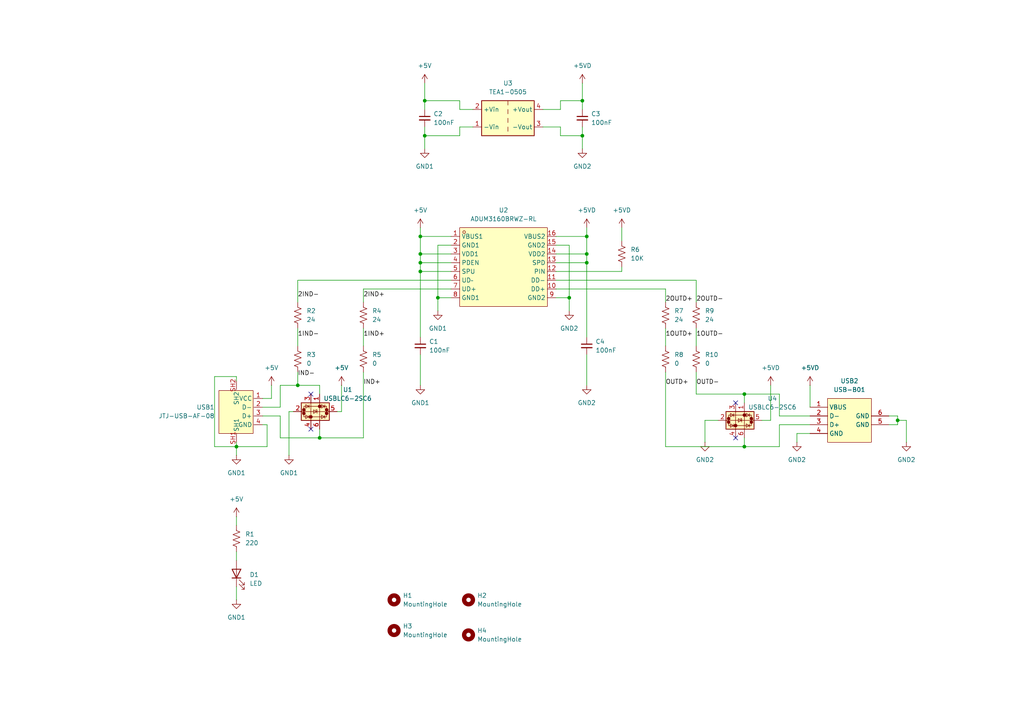
<source format=kicad_sch>
(kicad_sch (version 20250114) (generator "eeschema") (generator_version "9.0")
  (paper "A4")
  (lib_symbols
    (symbol "Converter_DCDC:TEA1-0505"
      (property "Reference" "U" (at -7.62 6.35 0))
      (property "Value" "TEA1-0505" (at -2.54 6.35 0))
      (symbol "TEA1-0505_0_0"
        (pin power_in line (at -10.16 2.54 0) (length 2.54) (name "+Vin") (number "2"))
        (pin power_in line (at -10.16 -2.54 0) (length 2.54) (name "-Vin") (number "1"))
        (pin power_out line (at 10.16 2.54 180) (length 2.54) (name "+Vout") (number "4"))
        (pin power_out line (at 10.16 -2.54 180) (length 2.54) (name "-Vout") (number "3"))
      )
      (symbol "TEA1-0505_0_1"
        (rectangle (start -7.62 5.08) (end 7.62 -5.08) (stroke (width 0.254)) (fill (type background)))
        (polyline (pts (xy 0 5.08) (xy 0 3.81)))
        (polyline (pts (xy 0 2.54) (xy 0 1.27)))
        (polyline (pts (xy 0 0) (xy 0 -1.27)))
        (polyline (pts (xy 0 -2.54) (xy 0 -3.81)))
      )
    )
    (symbol "Device:C_Small" (pin_numbers (hide yes)) (pin_names (offset 0.254) (hide yes))
      (property "Reference" "C" (at 0.254 1.778 0))
      (property "Value" "C_Small" (at 0.254 -2.032 0))
      (symbol "C_Small_0_1"
        (polyline (pts (xy -1.524 0.508) (xy 1.524 0.508)) (stroke (width 0.3048)))
        (polyline (pts (xy -1.524 -0.508) (xy 1.524 -0.508)) (stroke (width 0.3302)))
      )
      (symbol "C_Small_1_1"
        (pin passive line (at 0 2.54 270) (length 2.032) (name "~") (number "1"))
        (pin passive line (at 0 -2.54 90) (length 2.032) (name "~") (number "2"))
      )
    )
    (symbol "Device:LED" (pin_numbers (hide yes)) (pin_names (offset 1.016) (hide yes))
      (property "Reference" "D" (at 0 2.54 0))
      (property "Value" "LED" (at 0 -2.54 0))
      (symbol "LED_0_1"
        (polyline (pts (xy -3.048 -0.762) (xy -4.572 -2.286) (xy -3.81 -2.286) (xy -4.572 -2.286) (xy -4.572 -1.524)))
        (polyline (pts (xy -1.778 -0.762) (xy -3.302 -2.286) (xy -2.54 -2.286) (xy -3.302 -2.286) (xy -3.302 -1.524)))
        (polyline (pts (xy -1.27 0) (xy 1.27 0)))
        (polyline (pts (xy -1.27 -1.27) (xy -1.27 1.27)) (stroke (width 0.254)))
        (polyline (pts (xy 1.27 -1.27) (xy 1.27 1.27) (xy -1.27 0) (xy 1.27 -1.27)) (stroke (width 0.254)))
      )
      (symbol "LED_1_1"
        (pin passive line (at -3.81 0 0) (length 2.54) (name "K") (number "1"))
        (pin passive line (at 3.81 0 180) (length 2.54) (name "A") (number "2"))
      )
    )
    (symbol "Device:R_US" (pin_numbers (hide yes)) (pin_names (offset 0))
      (property "Reference" "R" (at 2.54 0 90))
      (property "Value" "R_US" (at -2.54 0 90))
      (symbol "R_US_0_1"
        (polyline (pts (xy 0 2.286) (xy 0 2.54)))
        (polyline (pts (xy 0 2.286) (xy 1.016 1.905) (xy 0 1.524) (xy -1.016 1.143) (xy 0 0.762)))
        (polyline (pts (xy 0 0.762) (xy 1.016 0.381) (xy 0 0) (xy -1.016 -0.381) (xy 0 -0.762)))
        (polyline (pts (xy 0 -0.762) (xy 1.016 -1.143) (xy 0 -1.524) (xy -1.016 -1.905) (xy 0 -2.286)))
        (polyline (pts (xy 0 -2.286) (xy 0 -2.54)))
      )
      (symbol "R_US_1_1"
        (pin passive line (at 0 3.81 270) (length 1.27) (name "~") (number "1"))
        (pin passive line (at 0 -3.81 90) (length 1.27) (name "~") (number "2"))
      )
    )
    (symbol "EasyEDA:ADUM3160BRWZ-RL"
      (property "Reference" "U" (at 0 12.7 0))
      (property "Value" "ADUM3160BRWZ-RL" (at 0 -15.24 0))
      (symbol "ADUM3160BRWZ-RL_0_1"
        (rectangle (start -12.7 10.16) (end 12.7 -12.7) (fill (type background)))
        (circle (center -11.43 8.89) (radius 0.38))
        (pin unspecified line (at -15.24 7.62 0) (length 2.54) (name "VBUS1") (number "1"))
        (pin unspecified line (at -15.24 5.08 0) (length 2.54) (name "GND1") (number "2"))
        (pin unspecified line (at -15.24 2.54 0) (length 2.54) (name "VDD1") (number "3"))
        (pin unspecified line (at -15.24 0 0) (length 2.54) (name "PDEN") (number "4"))
        (pin unspecified line (at -15.24 -2.54 0) (length 2.54) (name "SPU") (number "5"))
        (pin unspecified line (at -15.24 -5.08 0) (length 2.54) (name "UD–") (number "6"))
        (pin unspecified line (at -15.24 -7.62 0) (length 2.54) (name "UD+") (number "7"))
        (pin unspecified line (at -15.24 -10.16 0) (length 2.54) (name "GND1") (number "8"))
        (pin unspecified line (at 15.24 7.62 180) (length 2.54) (name "VBUS2") (number "16"))
        (pin unspecified line (at 15.24 5.08 180) (length 2.54) (name "GND2") (number "15"))
        (pin unspecified line (at 15.24 2.54 180) (length 2.54) (name "VDD2") (number "14"))
        (pin unspecified line (at 15.24 0 180) (length 2.54) (name "SPD") (number "13"))
        (pin unspecified line (at 15.24 -2.54 180) (length 2.54) (name "PIN") (number "12"))
        (pin unspecified line (at 15.24 -5.08 180) (length 2.54) (name "DD-") (number "11"))
        (pin unspecified line (at 15.24 -7.62 180) (length 2.54) (name "DD+") (number "10"))
        (pin unspecified line (at 15.24 -10.16 180) (length 2.54) (name "GND2") (number "9"))
      )
    )
    (symbol "EasyEDA:JTJ-USB-AF-08"
      (property "Reference" "USB" (at 0 15.24 0))
      (property "Value" "JTJ-USB-AF-08" (at 0 -12.7 0))
      (symbol "JTJ-USB-AF-08_0_1"
        (rectangle (start -7.62 7.37) (end 2.29 -5.08) (fill (type background)))
        (pin unspecified line (at -2.54 10.16 270) (length 2.54) (name "SH2") (number "SH2"))
        (pin unspecified line (at -2.54 -7.62 90) (length 2.54) (name "SH1") (number "SH1"))
        (pin input line (at 5.08 5.08 180) (length 2.54) (name "VCC") (number "1"))
        (pin input line (at 5.08 2.54 180) (length 2.54) (name "D-") (number "2"))
        (pin input line (at 5.08 0 180) (length 2.54) (name "D+") (number "3"))
        (pin input line (at 5.08 -2.54 180) (length 2.54) (name "GND") (number "4"))
      )
    )
    (symbol "EasyEDA:USB-B01"
      (property "Reference" "USB" (at 0 10.16 0))
      (property "Value" "USB-B01" (at 0 -7.62 0))
      (symbol "USB-B01_0_1"
        (rectangle (start -5.08 7.62) (end 7.62 -5.08) (fill (type background)))
        (pin unspecified line (at -10.16 5.08 0) (length 5.08) (name "VBUS") (number "1"))
        (pin unspecified line (at -10.16 2.54 0) (length 5.08) (name "D-") (number "2"))
        (pin unspecified line (at -10.16 0 0) (length 5.08) (name "D+") (number "3"))
        (pin unspecified line (at -10.16 -2.54 0) (length 5.08) (name "GND") (number "4"))
        (pin unspecified line (at 12.7 2.54 180) (length 5.08) (name "GND") (number "6"))
        (pin unspecified line (at 12.7 0 180) (length 5.08) (name "GND") (number "5"))
      )
    )
    (symbol "Mechanical:MountingHole" (pin_names (offset 1.016)) (exclude_from_sim yes) (in_bom no)
      (property "Reference" "H" (at 0 5.08 0))
      (property "Value" "MountingHole" (at 0 3.175 0))
      (symbol "MountingHole_0_1"
        (circle (center 0 0) (radius 1.27) (stroke (width 1.27)))
      )
    )
    (symbol "Power_Protection:USBLC6-2SC6" (pin_names (hide yes))
      (property "Reference" "U" (at 0.635 5.715 0))
      (property "Value" "USBLC6-2SC6" (at 0.635 3.81 0))
      (symbol "USBLC6-2SC6_0_0"
        (circle (center -1.524 0) (radius 0.0001) (stroke (width 0.508)))
        (circle (center -0.508 2.032) (radius 0.0001) (stroke (width 0.508)))
        (circle (center -0.508 -4.572) (radius 0.0001) (stroke (width 0.508)))
        (circle (center 0.508 2.032) (radius 0.0001) (stroke (width 0.508)))
        (circle (center 0.508 -4.572) (radius 0.0001) (stroke (width 0.508)))
        (circle (center 1.524 -2.54) (radius 0.0001) (stroke (width 0.508)))
      )
      (symbol "USBLC6-2SC6_0_1"
        (polyline (pts (xy -2.54 0) (xy 2.54 0)))
        (polyline (pts (xy -2.54 -2.54) (xy 2.54 -2.54)))
        (polyline (pts (xy -2.032 0.508) (xy -1.016 0.508) (xy -1.524 1.524) (xy -2.032 0.508)))
        (polyline (pts (xy -2.032 -3.048) (xy -1.016 -3.048)))
        (polyline (pts (xy -1.016 1.524) (xy -2.032 1.524)))
        (polyline (pts (xy -1.016 -4.064) (xy -2.032 -4.064) (xy -1.524 -3.048) (xy -1.016 -4.064)))
        (polyline (pts (xy -0.508 -1.143) (xy -0.508 -0.762) (xy 0.508 -0.762)))
        (polyline (pts (xy 0 2.54) (xy -0.508 2.032) (xy 0.508 2.032) (xy 0 1.524) (xy 0 -4.064) (xy -0.508 -4.572) (xy 0.508 -4.572) (xy 0 -5.08)))
        (polyline (pts (xy 0.508 -1.778) (xy -0.508 -1.778) (xy 0 -0.762) (xy 0.508 -1.778)))
        (polyline (pts (xy 1.016 1.524) (xy 2.032 1.524)))
        (polyline (pts (xy 1.016 -3.048) (xy 2.032 -3.048)))
        (polyline (pts (xy 2.032 0.508) (xy 1.016 0.508) (xy 1.524 1.524) (xy 2.032 0.508)))
        (polyline (pts (xy 2.032 -4.064) (xy 1.016 -4.064) (xy 1.524 -3.048) (xy 2.032 -4.064)))
      )
      (symbol "USBLC6-2SC6_1_1"
        (rectangle (start -2.54 2.794) (end 2.54 -5.334) (stroke (width 0.254)) (fill (type background)))
        (polyline (pts (xy -0.508 2.032) (xy -1.524 2.032) (xy -1.524 -4.572) (xy -0.508 -4.572)))
        (polyline (pts (xy 0.508 -4.572) (xy 1.524 -4.572) (xy 1.524 2.032) (xy 0.508 2.032)))
        (pin passive line (at -5.08 0 0) (length 2.54) (name "I/O1") (number "1"))
        (pin passive line (at -5.08 -2.54 0) (length 2.54) (name "I/O2") (number "3"))
        (pin passive line (at 0 5.08 270) (length 2.54) (name "VBUS") (number "5"))
        (pin passive line (at 0 -7.62 90) (length 2.54) (name "GND") (number "2"))
        (pin passive line (at 5.08 0 180) (length 2.54) (name "I/O1") (number "6"))
        (pin passive line (at 5.08 -2.54 180) (length 2.54) (name "I/O2") (number "4"))
      )
    )
    (symbol "power:+5V" (power) (pin_numbers (hide yes)) (pin_names (offset 0) (hide yes))
      (property "Value" "+5V" (at 0 3.556 0))
      (symbol "+5V_0_1"
        (polyline (pts (xy -0.762 1.27) (xy 0 2.54)))
        (polyline (pts (xy 0 2.54) (xy 0.762 1.27)))
        (polyline (pts (xy 0 0) (xy 0 2.54)))
      )
      (symbol "+5V_1_1"
        (pin power_in line (at 0 0 90) (length 0) (name "~") (number "1"))
      )
    )
    (symbol "power:+5VD" (power) (pin_numbers (hide yes)) (pin_names (offset 0) (hide yes))
      (property "Value" "+5VD" (at 0 3.556 0))
      (symbol "+5VD_0_1"
        (polyline (pts (xy -0.762 1.27) (xy 0 2.54)))
        (polyline (pts (xy 0 2.54) (xy 0.762 1.27)))
        (polyline (pts (xy 0 0) (xy 0 2.54)))
      )
      (symbol "+5VD_1_1"
        (pin power_in line (at 0 0 90) (length 0) (name "~") (number "1"))
      )
    )
    (symbol "power:GND1" (power) (pin_numbers (hide yes)) (pin_names (offset 0) (hide yes))
      (property "Value" "GND1" (at 0 -3.81 0))
      (symbol "GND1_0_1"
        (polyline (pts (xy 0 0) (xy 0 -1.27) (xy 1.27 -1.27) (xy 0 -2.54) (xy -1.27 -1.27) (xy 0 -1.27)))
      )
      (symbol "GND1_1_1"
        (pin power_in line (at 0 0 270) (length 0) (name "~") (number "1"))
      )
    )
    (symbol "power:GND2" (power) (pin_numbers (hide yes)) (pin_names (offset 0) (hide yes))
      (property "Value" "GND2" (at 0 -3.81 0))
      (symbol "GND2_0_1"
        (polyline (pts (xy 0 0) (xy 0 -1.27) (xy 1.27 -1.27) (xy 0 -2.54) (xy -1.27 -1.27) (xy 0 -1.27)))
      )
      (symbol "GND2_1_1"
        (pin power_in line (at 0 0 270) (length 0) (name "~") (number "1"))
      )
    )
  )
  (junction (at 170.18 68.58))
  (junction (at 170.18 76.2))
  (junction (at 165.1 86.36))
  (junction (at 123.19 29.21))
  (junction (at 168.91 29.21))
  (junction (at 121.92 73.66))
  (junction (at 260.35 121.92))
  (junction (at 127 86.36))
  (junction (at 121.92 76.2))
  (junction (at 215.9 129.54))
  (junction (at 92.71 127))
  (junction (at 121.92 68.58))
  (junction (at 86.36 111.76))
  (junction (at 168.91 39.37))
  (junction (at 123.19 39.37))
  (junction (at 215.9 114.3))
  (junction (at 121.92 78.74))
  (junction (at 68.58 129.54))
  (junction (at 170.18 73.66))
  (no_connect (at 213.36 116.84))
  (no_connect (at 90.17 114.3))
  (no_connect (at 90.17 124.46))
  (no_connect (at 213.36 127))
  (wire (pts (xy 121.92 73.66) (xy 130.81 73.66)))
  (wire (pts (xy 215.9 114.3) (xy 215.9 116.84)))
  (wire (pts (xy 68.58 149.86) (xy 68.58 152.4)))
  (wire (pts (xy 121.92 76.2) (xy 121.92 78.74)))
  (wire (pts (xy 68.58 129.54) (xy 77.47 129.54)))
  (wire (pts (xy 262.89 128.27) (xy 262.89 121.92)))
  (wire (pts (xy 168.91 24.13) (xy 168.91 29.21)))
  (wire (pts (xy 215.9 129.54) (xy 215.9 127)))
  (wire (pts (xy 121.92 78.74) (xy 130.81 78.74)))
  (wire (pts (xy 234.95 111.76) (xy 234.95 118.11)))
  (wire (pts (xy 127 86.36) (xy 127 90.17)))
  (wire (pts (xy 170.18 68.58) (xy 170.18 73.66)))
  (wire (pts (xy 68.58 160.02) (xy 68.58 162.56)))
  (wire (pts (xy 231.14 125.73) (xy 231.14 128.27)))
  (wire (pts (xy 78.74 115.57) (xy 78.74 111.76)))
  (wire (pts (xy 123.19 31.75) (xy 123.19 29.21)))
  (wire (pts (xy 170.18 66.04) (xy 170.18 68.58)))
  (wire (pts (xy 162.56 39.37) (xy 162.56 36.83)))
  (wire (pts (xy 201.93 107.95) (xy 201.93 114.3)))
  (wire (pts (xy 133.35 39.37) (xy 133.35 36.83)))
  (wire (pts (xy 223.52 111.76) (xy 223.52 121.92)))
  (wire (pts (xy 123.19 29.21) (xy 133.35 29.21)))
  (wire (pts (xy 161.29 83.82) (xy 193.04 83.82)))
  (wire (pts (xy 161.29 86.36) (xy 165.1 86.36)))
  (wire (pts (xy 234.95 120.65) (xy 226.06 120.65)))
  (wire (pts (xy 168.91 31.75) (xy 168.91 29.21)))
  (wire (pts (xy 168.91 29.21) (xy 162.56 29.21)))
  (wire (pts (xy 105.41 127) (xy 92.71 127)))
  (wire (pts (xy 161.29 76.2) (xy 170.18 76.2)))
  (wire (pts (xy 81.28 127) (xy 92.71 127)))
  (wire (pts (xy 161.29 78.74) (xy 180.34 78.74)))
  (wire (pts (xy 62.23 129.54) (xy 68.58 129.54)))
  (wire (pts (xy 123.19 39.37) (xy 133.35 39.37)))
  (wire (pts (xy 165.1 71.12) (xy 165.1 86.36)))
  (wire (pts (xy 68.58 109.22) (xy 62.23 109.22)))
  (wire (pts (xy 133.35 29.21) (xy 133.35 31.75)))
  (wire (pts (xy 121.92 68.58) (xy 130.81 68.58)))
  (wire (pts (xy 68.58 129.54) (xy 68.58 132.08)))
  (wire (pts (xy 130.81 86.36) (xy 127 86.36)))
  (wire (pts (xy 81.28 111.76) (xy 86.36 111.76)))
  (wire (pts (xy 62.23 109.22) (xy 62.23 129.54)))
  (wire (pts (xy 201.93 95.25) (xy 201.93 100.33)))
  (wire (pts (xy 121.92 68.58) (xy 121.92 73.66)))
  (wire (pts (xy 123.19 36.83) (xy 123.19 39.37)))
  (wire (pts (xy 180.34 78.74) (xy 180.34 77.47)))
  (wire (pts (xy 86.36 107.95) (xy 86.36 111.76)))
  (wire (pts (xy 105.41 83.82) (xy 105.41 87.63)))
  (wire (pts (xy 234.95 123.19) (xy 226.06 123.19)))
  (wire (pts (xy 157.48 31.75) (xy 162.56 31.75)))
  (wire (pts (xy 193.04 95.25) (xy 193.04 100.33)))
  (wire (pts (xy 68.58 128.27) (xy 68.58 129.54)))
  (wire (pts (xy 162.56 29.21) (xy 162.56 31.75)))
  (wire (pts (xy 226.06 120.65) (xy 226.06 114.3)))
  (wire (pts (xy 161.29 71.12) (xy 165.1 71.12)))
  (wire (pts (xy 226.06 123.19) (xy 226.06 129.54)))
  (wire (pts (xy 76.2 118.11) (xy 81.28 118.11)))
  (wire (pts (xy 193.04 129.54) (xy 215.9 129.54)))
  (wire (pts (xy 81.28 120.65) (xy 81.28 127)))
  (wire (pts (xy 180.34 66.04) (xy 180.34 69.85)))
  (wire (pts (xy 121.92 76.2) (xy 130.81 76.2)))
  (wire (pts (xy 193.04 107.95) (xy 193.04 129.54)))
  (wire (pts (xy 260.35 120.65) (xy 260.35 121.92)))
  (wire (pts (xy 161.29 68.58) (xy 170.18 68.58)))
  (wire (pts (xy 99.06 111.76) (xy 99.06 119.38)))
  (wire (pts (xy 262.89 121.92) (xy 260.35 121.92)))
  (wire (pts (xy 77.47 123.19) (xy 77.47 129.54)))
  (wire (pts (xy 226.06 114.3) (xy 215.9 114.3)))
  (wire (pts (xy 83.82 132.08) (xy 83.82 119.38)))
  (wire (pts (xy 223.52 121.92) (xy 220.98 121.92)))
  (wire (pts (xy 127 71.12) (xy 127 86.36)))
  (wire (pts (xy 162.56 36.83) (xy 157.48 36.83)))
  (wire (pts (xy 168.91 39.37) (xy 162.56 39.37)))
  (wire (pts (xy 204.47 128.27) (xy 204.47 121.92)))
  (wire (pts (xy 257.81 123.19) (xy 260.35 123.19)))
  (wire (pts (xy 76.2 120.65) (xy 81.28 120.65)))
  (wire (pts (xy 204.47 121.92) (xy 208.28 121.92)))
  (wire (pts (xy 226.06 129.54) (xy 215.9 129.54)))
  (wire (pts (xy 76.2 123.19) (xy 77.47 123.19)))
  (wire (pts (xy 121.92 66.04) (xy 121.92 68.58)))
  (wire (pts (xy 201.93 114.3) (xy 215.9 114.3)))
  (wire (pts (xy 99.06 119.38) (xy 97.79 119.38)))
  (wire (pts (xy 170.18 73.66) (xy 170.18 76.2)))
  (wire (pts (xy 83.82 119.38) (xy 85.09 119.38)))
  (wire (pts (xy 105.41 107.95) (xy 105.41 127)))
  (wire (pts (xy 123.19 39.37) (xy 123.19 43.18)))
  (wire (pts (xy 86.36 95.25) (xy 86.36 100.33)))
  (wire (pts (xy 81.28 118.11) (xy 81.28 111.76)))
  (wire (pts (xy 121.92 78.74) (xy 121.92 97.79)))
  (wire (pts (xy 170.18 76.2) (xy 170.18 97.79)))
  (wire (pts (xy 86.36 81.28) (xy 130.81 81.28)))
  (wire (pts (xy 161.29 73.66) (xy 170.18 73.66)))
  (wire (pts (xy 133.35 31.75) (xy 137.16 31.75)))
  (wire (pts (xy 130.81 71.12) (xy 127 71.12)))
  (wire (pts (xy 105.41 83.82) (xy 130.81 83.82)))
  (wire (pts (xy 86.36 111.76) (xy 92.71 111.76)))
  (wire (pts (xy 193.04 83.82) (xy 193.04 87.63)))
  (wire (pts (xy 123.19 24.13) (xy 123.19 29.21)))
  (wire (pts (xy 170.18 102.87) (xy 170.18 111.76)))
  (wire (pts (xy 105.41 95.25) (xy 105.41 100.33)))
  (wire (pts (xy 234.95 125.73) (xy 231.14 125.73)))
  (wire (pts (xy 168.91 36.83) (xy 168.91 39.37)))
  (wire (pts (xy 260.35 121.92) (xy 260.35 123.19)))
  (wire (pts (xy 121.92 102.87) (xy 121.92 111.76)))
  (wire (pts (xy 92.71 111.76) (xy 92.71 114.3)))
  (wire (pts (xy 165.1 86.36) (xy 165.1 90.17)))
  (wire (pts (xy 86.36 87.63) (xy 86.36 81.28)))
  (wire (pts (xy 121.92 73.66) (xy 121.92 76.2)))
  (wire (pts (xy 68.58 170.18) (xy 68.58 173.99)))
  (wire (pts (xy 201.93 81.28) (xy 201.93 87.63)))
  (wire (pts (xy 257.81 120.65) (xy 260.35 120.65)))
  (wire (pts (xy 92.71 127) (xy 92.71 124.46)))
  (wire (pts (xy 161.29 81.28) (xy 201.93 81.28)))
  (wire (pts (xy 68.58 110.49) (xy 68.58 109.22)))
  (wire (pts (xy 168.91 39.37) (xy 168.91 43.18)))
  (wire (pts (xy 133.35 36.83) (xy 137.16 36.83)))
  (wire (pts (xy 76.2 115.57) (xy 78.74 115.57)))
  (label "OUTD-" (at 201.93 111.76 0))
  (label "1IND+" (at 105.41 97.79 0))
  (label "1OUTD-" (at 201.93 97.79 0))
  (label "OUTD+" (at 193.04 111.76 0))
  (label "1IND-" (at 86.36 97.79 0))
  (label "IND+" (at 105.41 111.76 0))
  (label "2OUTD-" (at 201.93 87.63 0))
  (label "2IND+" (at 105.41 86.36 0))
  (label "2IND-" (at 86.36 86.36 0))
  (label "2OUTD+" (at 193.04 87.63 0))
  (label "1OUTD+" (at 193.04 97.79 0))
  (label "IND-" (at 86.36 109.22 0))
  (symbol (lib_id "EasyEDA:ADUM3160BRWZ-RL") (at 146.05 76.2 0) (unit 1)
    (property "Reference" "U2" (at 146.05 60.96 0))
    (property "Value" "ADUM3160BRWZ-RL" (at 146.05 63.5 0))
    (property "Footprint" "EasyEDA:SOIC-16_L10.3-W7.5-P1.27-LS10.3-BL" (effects (hide yes)))
    (property "Datasheet" "https://lcsc.com/product-detail/Others_Analog-Devices_ADUM3160BRWZ-RL_Analog-Devices-ADI-ADUM3160BRWZ-RL_C284149.html" (effects (hide yes)))
    (property "LCSC Part" "C284149" (effects (hide yes)))
  )
  (symbol (lib_id "EasyEDA:USB-B01") (at 245.11 123.19 0) (unit 1)
    (property "Reference" "USB2" (at 246.38 110.49 0))
    (property "Value" "USB-B01" (at 246.38 113.03 0))
    (property "Footprint" "EasyEDA:USB-B-TH_USB-B01" (effects (hide yes)))
    (property "Datasheet" "https://lcsc.com/product-detail/New-Arrivals_SOFNG-USB-B01_C498173.html" (effects (hide yes)))
    (property "LCSC Part" "C498173" (effects (hide yes)))
  )
  (symbol (lib_id "power:+5V") (at 78.74 111.76 0) (unit 1)
    (property "Reference" "#PWR04" (effects (hide yes)))
    (property "Value" "+5V" (at 78.74 106.68 0))
    (property "Description" "Power symbol creates a global label with name \"+5V\"" (effects (hide yes)))
  )
  (symbol (lib_id "power:+5V") (at 68.58 149.86 0) (unit 1)
    (property "Reference" "#PWR02" (effects (hide yes)))
    (property "Value" "+5V" (at 68.58 144.78 0))
    (property "Description" "Power symbol creates a global label with name \"+5V\"" (effects (hide yes)))
  )
  (symbol (lib_id "power:GND1") (at 123.19 43.18 0) (unit 1)
    (property "Reference" "#PWR010" (effects (hide yes)))
    (property "Value" "GND1" (at 123.19 48.26 0))
    (property "Description" "Power symbol creates a global label with name \"GND1\" , ground" (effects (hide yes)))
  )
  (symbol (lib_id "power:GND2") (at 231.14 128.27 0) (unit 1)
    (property "Reference" "#PWR020" (effects (hide yes)))
    (property "Value" "GND2" (at 231.14 133.35 0))
    (property "Description" "Power symbol creates a global label with name \"GND2\" , ground" (effects (hide yes)))
  )
  (symbol (lib_id "Converter_DCDC:TEA1-0505") (at 147.32 34.29 0) (unit 1)
    (property "Reference" "U3" (at 147.32 24.13 0))
    (property "Value" "TEA1-0505" (at 147.32 26.67 0))
    (property "Footprint" "Converter_DCDC:Converter_DCDC_TRACO_TEA1-xxxx_THT" (effects (hide yes)))
    (property "Datasheet" "https://www.tracopower.com/products/tea1.pdf" (effects (hide yes)))
    (property "Description" "1W DC/DC converter unregulated, 4.5-5.5V input, 5V output voltage, 200mA output, 1.5kVDC isolation, SIP-4" (effects (hide yes)))
  )
  (symbol (lib_id "power:+5V") (at 123.19 24.13 0) (unit 1)
    (property "Reference" "#PWR09" (effects (hide yes)))
    (property "Value" "+5V" (at 123.19 19.05 0))
    (property "Description" "Power symbol creates a global label with name \"+5V\"" (effects (hide yes)))
  )
  (symbol (lib_id "power:GND1") (at 68.58 132.08 0) (unit 1)
    (property "Reference" "#PWR01" (effects (hide yes)))
    (property "Value" "GND1" (at 68.58 137.16 0))
    (property "Description" "Power symbol creates a global label with name \"GND1\" , ground" (effects (hide yes)))
  )
  (symbol (lib_id "Power_Protection:USBLC6-2SC6") (at 215.9 121.92 270) (unit 1)
    (property "Reference" "U4" (at 224.028 115.57 90))
    (property "Value" "USBLC6-2SC6" (at 224.028 118.11 90))
    (property "Footprint" "Package_TO_SOT_SMD:SOT-23-6" (effects (hide yes)))
    (property "Datasheet" "https://www.st.com/resource/en/datasheet/usblc6-2.pdf" (effects (hide yes)))
    (property "Description" "Very low capacitance ESD protection diode, 2 data-line, SOT-23-6" (effects (hide yes)))
  )
  (symbol (lib_id "power:GND2") (at 262.89 128.27 0) (unit 1)
    (property "Reference" "#PWR022" (effects (hide yes)))
    (property "Value" "GND2" (at 262.89 133.35 0))
    (property "Description" "Power symbol creates a global label with name \"GND2\" , ground" (effects (hide yes)))
  )
  (symbol (lib_id "Mechanical:MountingHole") (at 114.3 182.88 0) (unit 1) (exclude_from_sim yes) (in_bom no)
    (property "Reference" "H3" (at 116.84 181.6099 0) (effects (justify left)))
    (property "Value" "MountingHole" (at 116.84 184.1499 0) (effects (justify left)))
    (property "Footprint" "MountingHole:MountingHole_3.2mm_M3" (effects (hide yes)))
    (property "Description" "Mounting Hole without connection" (effects (hide yes)))
  )
  (symbol (lib_id "Power_Protection:USBLC6-2SC6") (at 92.71 119.38 270) (unit 1)
    (property "Reference" "U1" (at 100.838 113.03 90))
    (property "Value" "USBLC6-2SC6" (at 100.838 115.57 90))
    (property "Footprint" "Package_TO_SOT_SMD:SOT-23-6" (effects (hide yes)))
    (property "Datasheet" "https://www.st.com/resource/en/datasheet/usblc6-2.pdf" (effects (hide yes)))
    (property "Description" "Very low capacitance ESD protection diode, 2 data-line, SOT-23-6" (effects (hide yes)))
  )
  (symbol (lib_id "EasyEDA:JTJ-USB-AF-08") (at 71.12 120.65 0) (unit 1)
    (property "Reference" "USB1" (at 62.23 118.1099 0) (effects (justify right)))
    (property "Value" "JTJ-USB-AF-08" (at 62.23 120.6499 0) (effects (justify right)))
    (property "Footprint" "EasyEDA:USB-A-TH__USB-AF-90" (effects (hide yes)))
    (property "Datasheet" "https://lcsc.com/product-detail/USB-Connectors_Jing-Extension-of-the-Electronic-Co-LCSC-USB-A-F-900-Ordinary-buckle-Cracked-feet-Not-high-temperature_C2345.html" (effects (hide yes)))
    (property "LCSC Part" "C2345" (effects (hide yes)))
  )
  (symbol (lib_id "Device:R_US") (at 86.36 104.14 0) (unit 1)
    (property "Reference" "R3" (at 88.9 102.8699 0) (effects (justify left)))
    (property "Value" "0" (at 88.9 105.4099 0) (effects (justify left)))
    (property "Footprint" "Resistor_SMD:R_0603_1608Metric" (effects (hide yes)))
    (property "Description" "Resistor, US symbol" (effects (hide yes)))
  )
  (symbol (lib_id "power:GND2") (at 165.1 90.17 0) (unit 1)
    (property "Reference" "#PWR012" (effects (hide yes)))
    (property "Value" "GND2" (at 165.1 95.25 0))
    (property "Description" "Power symbol creates a global label with name \"GND2\" , ground" (effects (hide yes)))
  )
  (symbol (lib_id "Device:R_US") (at 86.36 91.44 0) (unit 1)
    (property "Reference" "R2" (at 88.9 90.1699 0) (effects (justify left)))
    (property "Value" "24" (at 88.9 92.7099 0) (effects (justify left)))
    (property "Footprint" "Resistor_SMD:R_0603_1608Metric" (effects (hide yes)))
    (property "Description" "Resistor, US symbol" (effects (hide yes)))
  )
  (symbol (lib_id "Device:C_Small") (at 170.18 100.33 0) (unit 1)
    (property "Reference" "C4" (at 172.72 99.0662 0) (effects (justify left)))
    (property "Value" "100nF" (at 172.72 101.6062 0) (effects (justify left)))
    (property "Footprint" "Capacitor_SMD:C_0603_1608Metric" (effects (hide yes)))
    (property "Description" "Unpolarized capacitor, small symbol" (effects (hide yes)))
  )
  (symbol (lib_id "power:GND1") (at 121.92 111.76 0) (unit 1)
    (property "Reference" "#PWR08" (effects (hide yes)))
    (property "Value" "GND1" (at 121.92 116.84 0))
    (property "Description" "Power symbol creates a global label with name \"GND1\" , ground" (effects (hide yes)))
  )
  (symbol (lib_id "power:+5VD") (at 234.95 111.76 0) (unit 1)
    (property "Reference" "#PWR021" (effects (hide yes)))
    (property "Value" "+5VD" (at 234.95 106.68 0))
    (property "Description" "Power symbol creates a global label with name \"+5VD\"" (effects (hide yes)))
  )
  (symbol (lib_id "power:+5V") (at 121.92 66.04 0) (unit 1)
    (property "Reference" "#PWR07" (effects (hide yes)))
    (property "Value" "+5V" (at 121.92 60.96 0))
    (property "Description" "Power symbol creates a global label with name \"+5V\"" (effects (hide yes)))
  )
  (symbol (lib_id "Device:R_US") (at 105.41 91.44 0) (unit 1)
    (property "Reference" "R4" (at 107.95 90.1699 0) (effects (justify left)))
    (property "Value" "24" (at 107.95 92.7099 0) (effects (justify left)))
    (property "Footprint" "Resistor_SMD:R_0603_1608Metric" (effects (hide yes)))
    (property "Description" "Resistor, US symbol" (effects (hide yes)))
  )
  (symbol (lib_id "Device:R_US") (at 201.93 104.14 0) (unit 1)
    (property "Reference" "R10" (at 204.47 102.8699 0) (effects (justify left)))
    (property "Value" "0" (at 204.47 105.4099 0) (effects (justify left)))
    (property "Footprint" "Resistor_SMD:R_0603_1608Metric" (effects (hide yes)))
    (property "Description" "Resistor, US symbol" (effects (hide yes)))
  )
  (symbol (lib_id "power:GND2") (at 168.91 43.18 0) (unit 1)
    (property "Reference" "#PWR014" (effects (hide yes)))
    (property "Value" "GND2" (at 168.91 48.26 0))
    (property "Description" "Power symbol creates a global label with name \"GND2\" , ground" (effects (hide yes)))
  )
  (symbol (lib_id "power:GND1") (at 83.82 132.08 0) (unit 1)
    (property "Reference" "#PWR05" (effects (hide yes)))
    (property "Value" "GND1" (at 83.82 137.16 0))
    (property "Description" "Power symbol creates a global label with name \"GND1\" , ground" (effects (hide yes)))
  )
  (symbol (lib_id "Device:R_US") (at 68.58 156.21 0) (unit 1)
    (property "Reference" "R1" (at 71.12 154.9399 0) (effects (justify left)))
    (property "Value" "220" (at 71.12 157.4799 0) (effects (justify left)))
    (property "Footprint" "Resistor_SMD:R_0603_1608Metric" (effects (hide yes)))
    (property "Description" "Resistor, US symbol" (effects (hide yes)))
  )
  (symbol (lib_id "power:GND2") (at 204.47 128.27 0) (unit 1)
    (property "Reference" "#PWR018" (effects (hide yes)))
    (property "Value" "GND2" (at 204.47 133.35 0))
    (property "Description" "Power symbol creates a global label with name \"GND2\" , ground" (effects (hide yes)))
  )
  (symbol (lib_id "Device:R_US") (at 201.93 91.44 0) (unit 1)
    (property "Reference" "R9" (at 204.47 90.1699 0) (effects (justify left)))
    (property "Value" "24" (at 204.47 92.7099 0) (effects (justify left)))
    (property "Footprint" "Resistor_SMD:R_0603_1608Metric" (effects (hide yes)))
    (property "Description" "Resistor, US symbol" (effects (hide yes)))
  )
  (symbol (lib_id "power:GND1") (at 127 90.17 0) (unit 1)
    (property "Reference" "#PWR011" (effects (hide yes)))
    (property "Value" "GND1" (at 127 95.25 0))
    (property "Description" "Power symbol creates a global label with name \"GND1\" , ground" (effects (hide yes)))
  )
  (symbol (lib_id "Device:R_US") (at 180.34 73.66 0) (unit 1)
    (property "Reference" "R6" (at 182.88 72.3899 0) (effects (justify left)))
    (property "Value" "10K" (at 182.88 74.9299 0) (effects (justify left)))
    (property "Footprint" "Resistor_SMD:R_0603_1608Metric" (effects (hide yes)))
    (property "Description" "Resistor, US symbol" (effects (hide yes)))
  )
  (symbol (lib_id "power:+5VD") (at 223.52 111.76 0) (unit 1)
    (property "Reference" "#PWR019" (effects (hide yes)))
    (property "Value" "+5VD" (at 223.52 106.68 0))
    (property "Description" "Power symbol creates a global label with name \"+5VD\"" (effects (hide yes)))
  )
  (symbol (lib_id "power:+5VD") (at 168.91 24.13 0) (unit 1)
    (property "Reference" "#PWR013" (effects (hide yes)))
    (property "Value" "+5VD" (at 168.91 19.05 0))
    (property "Description" "Power symbol creates a global label with name \"+5VD\"" (effects (hide yes)))
  )
  (symbol (lib_id "Device:R_US") (at 193.04 91.44 0) (unit 1)
    (property "Reference" "R7" (at 195.58 90.1699 0) (effects (justify left)))
    (property "Value" "24" (at 195.58 92.7099 0) (effects (justify left)))
    (property "Footprint" "Resistor_SMD:R_0603_1608Metric" (effects (hide yes)))
    (property "Description" "Resistor, US symbol" (effects (hide yes)))
  )
  (symbol (lib_id "Mechanical:MountingHole") (at 135.89 184.15 0) (unit 1) (exclude_from_sim yes) (in_bom no)
    (property "Reference" "H4" (at 138.43 182.8799 0) (effects (justify left)))
    (property "Value" "MountingHole" (at 138.43 185.4199 0) (effects (justify left)))
    (property "Footprint" "MountingHole:MountingHole_3.2mm_M3" (effects (hide yes)))
    (property "Description" "Mounting Hole without connection" (effects (hide yes)))
  )
  (symbol (lib_id "Device:C_Small") (at 121.92 100.33 0) (unit 1)
    (property "Reference" "C1" (at 124.46 99.0662 0) (effects (justify left)))
    (property "Value" "100nF" (at 124.46 101.6062 0) (effects (justify left)))
    (property "Footprint" "Capacitor_SMD:C_0603_1608Metric" (effects (hide yes)))
    (property "Description" "Unpolarized capacitor, small symbol" (effects (hide yes)))
  )
  (symbol (lib_id "power:GND1") (at 68.58 173.99 0) (unit 1)
    (property "Reference" "#PWR03" (effects (hide yes)))
    (property "Value" "GND1" (at 68.58 179.07 0))
    (property "Description" "Power symbol creates a global label with name \"GND1\" , ground" (effects (hide yes)))
  )
  (symbol (lib_id "Device:LED") (at 68.58 166.37 90) (unit 1)
    (property "Reference" "D1" (at 72.39 166.6874 90) (effects (justify right)))
    (property "Value" "LED" (at 72.39 169.2274 90) (effects (justify right)))
    (property "Footprint" "LED_SMD:LED_0603_1608Metric" (effects (hide yes)))
    (property "Description" "Light emitting diode" (effects (hide yes)))
    (property "Sim.Pins" "1=K 2=A" (effects (hide yes)))
  )
  (symbol (lib_id "Device:C_Small") (at 123.19 34.29 0) (unit 1)
    (property "Reference" "C2" (at 125.73 33.0262 0) (effects (justify left)))
    (property "Value" "100nF" (at 125.73 35.5662 0) (effects (justify left)))
    (property "Footprint" "Capacitor_SMD:C_0603_1608Metric" (effects (hide yes)))
    (property "Description" "Unpolarized capacitor, small symbol" (effects (hide yes)))
  )
  (symbol (lib_id "power:GND2") (at 170.18 111.76 0) (unit 1)
    (property "Reference" "#PWR016" (effects (hide yes)))
    (property "Value" "GND2" (at 170.18 116.84 0))
    (property "Description" "Power symbol creates a global label with name \"GND2\" , ground" (effects (hide yes)))
  )
  (symbol (lib_id "Device:R_US") (at 193.04 104.14 0) (unit 1)
    (property "Reference" "R8" (at 195.58 102.8699 0) (effects (justify left)))
    (property "Value" "0" (at 195.58 105.4099 0) (effects (justify left)))
    (property "Footprint" "Resistor_SMD:R_0603_1608Metric" (effects (hide yes)))
    (property "Description" "Resistor, US symbol" (effects (hide yes)))
  )
  (symbol (lib_id "Device:C_Small") (at 168.91 34.29 0) (unit 1)
    (property "Reference" "C3" (at 171.45 33.0262 0) (effects (justify left)))
    (property "Value" "100nF" (at 171.45 35.5662 0) (effects (justify left)))
    (property "Footprint" "Capacitor_SMD:C_0603_1608Metric" (effects (hide yes)))
    (property "Description" "Unpolarized capacitor, small symbol" (effects (hide yes)))
  )
  (symbol (lib_id "Mechanical:MountingHole") (at 114.3 173.99 0) (unit 1) (exclude_from_sim yes) (in_bom no)
    (property "Reference" "H1" (at 116.84 172.7199 0) (effects (justify left)))
    (property "Value" "MountingHole" (at 116.84 175.2599 0) (effects (justify left)))
    (property "Footprint" "MountingHole:MountingHole_3.2mm_M3" (effects (hide yes)))
    (property "Description" "Mounting Hole without connection" (effects (hide yes)))
  )
  (symbol (lib_id "power:+5V") (at 99.06 111.76 0) (unit 1)
    (property "Reference" "#PWR06" (effects (hide yes)))
    (property "Value" "+5V" (at 99.06 106.68 0))
    (property "Description" "Power symbol creates a global label with name \"+5V\"" (effects (hide yes)))
  )
  (symbol (lib_id "Mechanical:MountingHole") (at 135.89 173.99 0) (unit 1) (exclude_from_sim yes) (in_bom no)
    (property "Reference" "H2" (at 138.43 172.7199 0) (effects (justify left)))
    (property "Value" "MountingHole" (at 138.43 175.2599 0) (effects (justify left)))
    (property "Footprint" "MountingHole:MountingHole_3.2mm_M3" (effects (hide yes)))
    (property "Description" "Mounting Hole without connection" (effects (hide yes)))
  )
  (symbol (lib_id "Device:R_US") (at 105.41 104.14 0) (unit 1)
    (property "Reference" "R5" (at 107.95 102.8699 0) (effects (justify left)))
    (property "Value" "0" (at 107.95 105.4099 0) (effects (justify left)))
    (property "Footprint" "Resistor_SMD:R_0603_1608Metric" (effects (hide yes)))
    (property "Description" "Resistor, US symbol" (effects (hide yes)))
  )
  (symbol (lib_id "power:+5VD") (at 180.34 66.04 0) (unit 1)
    (property "Reference" "#PWR017" (effects (hide yes)))
    (property "Value" "+5VD" (at 180.34 60.96 0))
    (property "Description" "Power symbol creates a global label with name \"+5VD\"" (effects (hide yes)))
  )
  (symbol (lib_id "power:+5VD") (at 170.18 66.04 0) (unit 1)
    (property "Reference" "#PWR015" (effects (hide yes)))
    (property "Value" "+5VD" (at 170.18 60.96 0))
    (property "Description" "Power symbol creates a global label with name \"+5VD\"" (effects (hide yes)))
  )
)
</source>
